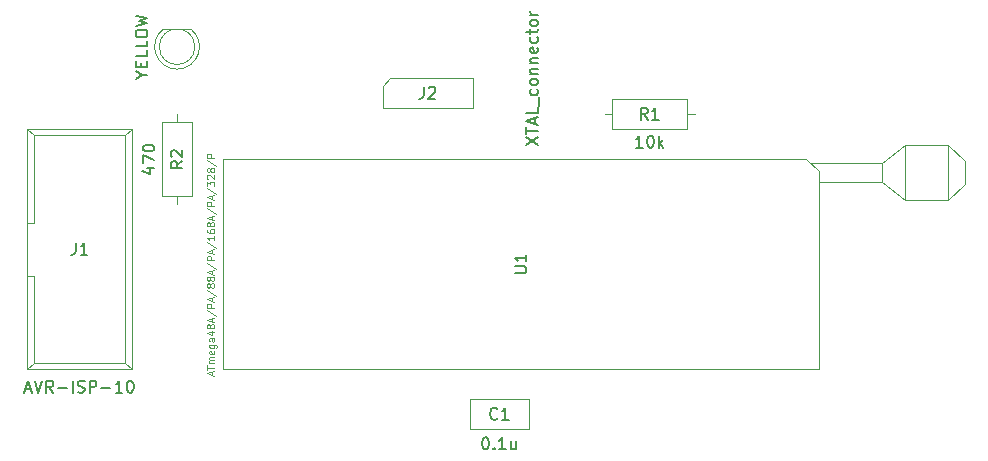
<source format=gbr>
%TF.GenerationSoftware,KiCad,Pcbnew,5.1.4-3.fc30*%
%TF.CreationDate,2019-10-13T14:30:58+02:00*%
%TF.ProjectId,atmega_prog_adapter_v3,61746d65-6761-45f7-9072-6f675f616461,1.0*%
%TF.SameCoordinates,PX59a0560PY76b1be0*%
%TF.FileFunction,Other,Fab,Top*%
%FSLAX46Y46*%
G04 Gerber Fmt 4.6, Leading zero omitted, Abs format (unit mm)*
G04 Created by KiCad (PCBNEW 5.1.4-3.fc30) date 2019-10-13 14:30:58*
%MOMM*%
%LPD*%
G04 APERTURE LIST*
%ADD10C,0.100000*%
%ADD11C,0.150000*%
%ADD12C,0.090000*%
G04 APERTURE END LIST*
D10*
%TO.C,J2*%
X42164000Y30988000D02*
X34544000Y30988000D01*
X42164000Y33528000D02*
X42164000Y30988000D01*
X35179000Y33528000D02*
X42164000Y33528000D01*
X34544000Y32893000D02*
X35179000Y33528000D01*
X34544000Y30988000D02*
X34544000Y32893000D01*
%TO.C,C1*%
X46930000Y6330000D02*
X41930000Y6330000D01*
X46930000Y3830000D02*
X46930000Y6330000D01*
X41930000Y3830000D02*
X46930000Y3830000D01*
X41930000Y6330000D02*
X41930000Y3830000D01*
%TO.C,D1*%
X18311190Y37695000D02*
X15978810Y37695000D01*
X18645000Y36195000D02*
G75*
G03X18645000Y36195000I-1500000J0D01*
G01*
X15979524Y37695555D02*
G75*
G03X18311190Y37695000I1165476J-1500555D01*
G01*
%TO.C,J1*%
X4465000Y8870000D02*
X5015000Y9430000D01*
X4465000Y29230000D02*
X5015000Y28690000D01*
X13315000Y8870000D02*
X12765000Y9430000D01*
X13315000Y29230000D02*
X12765000Y28690000D01*
X12765000Y9430000D02*
X5015000Y9430000D01*
X13315000Y8870000D02*
X4465000Y8870000D01*
X12765000Y28690000D02*
X5015000Y28690000D01*
X13315000Y29230000D02*
X4465000Y29230000D01*
X5015000Y16800000D02*
X4465000Y16800000D01*
X5015000Y21300000D02*
X4465000Y21300000D01*
X5015000Y16800000D02*
X5015000Y9430000D01*
X5015000Y28690000D02*
X5015000Y21300000D01*
X4465000Y29230000D02*
X4465000Y8870000D01*
X12765000Y28690000D02*
X12765000Y9430000D01*
X13315000Y29230000D02*
X13315000Y8870000D01*
%TO.C,R1*%
X60960000Y30480000D02*
X60300000Y30480000D01*
X53340000Y30480000D02*
X54000000Y30480000D01*
X60300000Y31730000D02*
X54000000Y31730000D01*
X60300000Y29230000D02*
X60300000Y31730000D01*
X54000000Y29230000D02*
X60300000Y29230000D01*
X54000000Y31730000D02*
X54000000Y29230000D01*
%TO.C,R2*%
X17145000Y22860000D02*
X17145000Y23520000D01*
X17145000Y30480000D02*
X17145000Y29820000D01*
X18395000Y23520000D02*
X18395000Y29820000D01*
X15895000Y23520000D02*
X18395000Y23520000D01*
X15895000Y29820000D02*
X15895000Y23520000D01*
X18395000Y29820000D02*
X15895000Y29820000D01*
%TO.C,U1*%
X71520000Y8880000D02*
X21020000Y8880000D01*
X71520000Y25710000D02*
X71520000Y8880000D01*
X70360000Y26680000D02*
X71520000Y25710000D01*
X21020000Y26680000D02*
X70360000Y26680000D01*
X21020000Y8880000D02*
X21020000Y26680000D01*
X76820000Y24760000D02*
X71520000Y24760000D01*
X76820000Y26360000D02*
X76820000Y24760000D01*
X70710000Y26360000D02*
X76820000Y26360000D01*
X78820000Y23260000D02*
X76820000Y24760000D01*
X78820000Y27860000D02*
X76820000Y26360000D01*
X78820000Y23260000D02*
X82420000Y23260000D01*
X78820000Y27860000D02*
X78820000Y23260000D01*
X82420000Y27860000D02*
X78820000Y27860000D01*
X82420000Y23260000D02*
X82420000Y27860000D01*
X83820000Y24560000D02*
X82420000Y23260000D01*
X83820000Y26560000D02*
X83820000Y24560000D01*
X82420000Y27860000D02*
X83820000Y26560000D01*
%TD*%
%TO.C,J2*%
D11*
X46696380Y27908953D02*
X47696380Y28575620D01*
X46696380Y28575620D02*
X47696380Y27908953D01*
X46696380Y28813715D02*
X46696380Y29385143D01*
X47696380Y29099429D02*
X46696380Y29099429D01*
X47410666Y29670858D02*
X47410666Y30147048D01*
X47696380Y29575620D02*
X46696380Y29908953D01*
X47696380Y30242286D01*
X47696380Y31051810D02*
X47696380Y30575620D01*
X46696380Y30575620D01*
X47791619Y31147048D02*
X47791619Y31908953D01*
X47648761Y32575620D02*
X47696380Y32480381D01*
X47696380Y32289905D01*
X47648761Y32194667D01*
X47601142Y32147048D01*
X47505904Y32099429D01*
X47220190Y32099429D01*
X47124952Y32147048D01*
X47077333Y32194667D01*
X47029714Y32289905D01*
X47029714Y32480381D01*
X47077333Y32575620D01*
X47696380Y33147048D02*
X47648761Y33051810D01*
X47601142Y33004191D01*
X47505904Y32956572D01*
X47220190Y32956572D01*
X47124952Y33004191D01*
X47077333Y33051810D01*
X47029714Y33147048D01*
X47029714Y33289905D01*
X47077333Y33385143D01*
X47124952Y33432762D01*
X47220190Y33480381D01*
X47505904Y33480381D01*
X47601142Y33432762D01*
X47648761Y33385143D01*
X47696380Y33289905D01*
X47696380Y33147048D01*
X47029714Y33908953D02*
X47696380Y33908953D01*
X47124952Y33908953D02*
X47077333Y33956572D01*
X47029714Y34051810D01*
X47029714Y34194667D01*
X47077333Y34289905D01*
X47172571Y34337524D01*
X47696380Y34337524D01*
X47029714Y34813715D02*
X47696380Y34813715D01*
X47124952Y34813715D02*
X47077333Y34861334D01*
X47029714Y34956572D01*
X47029714Y35099429D01*
X47077333Y35194667D01*
X47172571Y35242286D01*
X47696380Y35242286D01*
X47648761Y36099429D02*
X47696380Y36004191D01*
X47696380Y35813715D01*
X47648761Y35718477D01*
X47553523Y35670858D01*
X47172571Y35670858D01*
X47077333Y35718477D01*
X47029714Y35813715D01*
X47029714Y36004191D01*
X47077333Y36099429D01*
X47172571Y36147048D01*
X47267809Y36147048D01*
X47363047Y35670858D01*
X47648761Y37004191D02*
X47696380Y36908953D01*
X47696380Y36718477D01*
X47648761Y36623239D01*
X47601142Y36575620D01*
X47505904Y36528000D01*
X47220190Y36528000D01*
X47124952Y36575620D01*
X47077333Y36623239D01*
X47029714Y36718477D01*
X47029714Y36908953D01*
X47077333Y37004191D01*
X47029714Y37289905D02*
X47029714Y37670858D01*
X46696380Y37432762D02*
X47553523Y37432762D01*
X47648761Y37480381D01*
X47696380Y37575620D01*
X47696380Y37670858D01*
X47696380Y38147048D02*
X47648761Y38051810D01*
X47601142Y38004191D01*
X47505904Y37956572D01*
X47220190Y37956572D01*
X47124952Y38004191D01*
X47077333Y38051810D01*
X47029714Y38147048D01*
X47029714Y38289905D01*
X47077333Y38385143D01*
X47124952Y38432762D01*
X47220190Y38480381D01*
X47505904Y38480381D01*
X47601142Y38432762D01*
X47648761Y38385143D01*
X47696380Y38289905D01*
X47696380Y38147048D01*
X47696380Y38908953D02*
X47029714Y38908953D01*
X47220190Y38908953D02*
X47124952Y38956572D01*
X47077333Y39004191D01*
X47029714Y39099429D01*
X47029714Y39194667D01*
X38020666Y32805620D02*
X38020666Y32091334D01*
X37973047Y31948477D01*
X37877809Y31853239D01*
X37734952Y31805620D01*
X37639714Y31805620D01*
X38449238Y32710381D02*
X38496857Y32758000D01*
X38592095Y32805620D01*
X38830190Y32805620D01*
X38925428Y32758000D01*
X38973047Y32710381D01*
X39020666Y32615143D01*
X39020666Y32519905D01*
X38973047Y32377048D01*
X38401619Y31805620D01*
X39020666Y31805620D01*
%TO.C,C1*%
X43215714Y3127620D02*
X43310952Y3127620D01*
X43406190Y3080000D01*
X43453809Y3032381D01*
X43501428Y2937143D01*
X43549047Y2746667D01*
X43549047Y2508572D01*
X43501428Y2318096D01*
X43453809Y2222858D01*
X43406190Y2175239D01*
X43310952Y2127620D01*
X43215714Y2127620D01*
X43120476Y2175239D01*
X43072857Y2222858D01*
X43025238Y2318096D01*
X42977619Y2508572D01*
X42977619Y2746667D01*
X43025238Y2937143D01*
X43072857Y3032381D01*
X43120476Y3080000D01*
X43215714Y3127620D01*
X43977619Y2222858D02*
X44025238Y2175239D01*
X43977619Y2127620D01*
X43930000Y2175239D01*
X43977619Y2222858D01*
X43977619Y2127620D01*
X44977619Y2127620D02*
X44406190Y2127620D01*
X44691904Y2127620D02*
X44691904Y3127620D01*
X44596666Y2984762D01*
X44501428Y2889524D01*
X44406190Y2841905D01*
X45834761Y2794286D02*
X45834761Y2127620D01*
X45406190Y2794286D02*
X45406190Y2270477D01*
X45453809Y2175239D01*
X45549047Y2127620D01*
X45691904Y2127620D01*
X45787142Y2175239D01*
X45834761Y2222858D01*
X44263333Y4722858D02*
X44215714Y4675239D01*
X44072857Y4627620D01*
X43977619Y4627620D01*
X43834761Y4675239D01*
X43739523Y4770477D01*
X43691904Y4865715D01*
X43644285Y5056191D01*
X43644285Y5199048D01*
X43691904Y5389524D01*
X43739523Y5484762D01*
X43834761Y5580000D01*
X43977619Y5627620D01*
X44072857Y5627620D01*
X44215714Y5580000D01*
X44263333Y5532381D01*
X45215714Y4627620D02*
X44644285Y4627620D01*
X44930000Y4627620D02*
X44930000Y5627620D01*
X44834761Y5484762D01*
X44739523Y5389524D01*
X44644285Y5341905D01*
%TO.C,D1*%
X14161190Y33837858D02*
X14637380Y33837858D01*
X13637380Y33504524D02*
X14161190Y33837858D01*
X13637380Y34171191D01*
X14113571Y34504524D02*
X14113571Y34837858D01*
X14637380Y34980715D02*
X14637380Y34504524D01*
X13637380Y34504524D01*
X13637380Y34980715D01*
X14637380Y35885477D02*
X14637380Y35409286D01*
X13637380Y35409286D01*
X14637380Y36695000D02*
X14637380Y36218810D01*
X13637380Y36218810D01*
X13637380Y37218810D02*
X13637380Y37409286D01*
X13685000Y37504524D01*
X13780238Y37599762D01*
X13970714Y37647381D01*
X14304047Y37647381D01*
X14494523Y37599762D01*
X14589761Y37504524D01*
X14637380Y37409286D01*
X14637380Y37218810D01*
X14589761Y37123572D01*
X14494523Y37028334D01*
X14304047Y36980715D01*
X13970714Y36980715D01*
X13780238Y37028334D01*
X13685000Y37123572D01*
X13637380Y37218810D01*
X13637380Y37980715D02*
X14637380Y38218810D01*
X13923095Y38409286D01*
X14637380Y38599762D01*
X13637380Y38837858D01*
%TO.C,J1*%
X4318571Y7199334D02*
X4794761Y7199334D01*
X4223333Y6913620D02*
X4556666Y7913620D01*
X4890000Y6913620D01*
X5080476Y7913620D02*
X5413809Y6913620D01*
X5747142Y7913620D01*
X6651904Y6913620D02*
X6318571Y7389810D01*
X6080476Y6913620D02*
X6080476Y7913620D01*
X6461428Y7913620D01*
X6556666Y7866000D01*
X6604285Y7818381D01*
X6651904Y7723143D01*
X6651904Y7580286D01*
X6604285Y7485048D01*
X6556666Y7437429D01*
X6461428Y7389810D01*
X6080476Y7389810D01*
X7080476Y7294572D02*
X7842380Y7294572D01*
X8318571Y6913620D02*
X8318571Y7913620D01*
X8747142Y6961239D02*
X8890000Y6913620D01*
X9128095Y6913620D01*
X9223333Y6961239D01*
X9270952Y7008858D01*
X9318571Y7104096D01*
X9318571Y7199334D01*
X9270952Y7294572D01*
X9223333Y7342191D01*
X9128095Y7389810D01*
X8937619Y7437429D01*
X8842380Y7485048D01*
X8794761Y7532667D01*
X8747142Y7627905D01*
X8747142Y7723143D01*
X8794761Y7818381D01*
X8842380Y7866000D01*
X8937619Y7913620D01*
X9175714Y7913620D01*
X9318571Y7866000D01*
X9747142Y6913620D02*
X9747142Y7913620D01*
X10128095Y7913620D01*
X10223333Y7866000D01*
X10270952Y7818381D01*
X10318571Y7723143D01*
X10318571Y7580286D01*
X10270952Y7485048D01*
X10223333Y7437429D01*
X10128095Y7389810D01*
X9747142Y7389810D01*
X10747142Y7294572D02*
X11509047Y7294572D01*
X12509047Y6913620D02*
X11937619Y6913620D01*
X12223333Y6913620D02*
X12223333Y7913620D01*
X12128095Y7770762D01*
X12032857Y7675524D01*
X11937619Y7627905D01*
X13128095Y7913620D02*
X13223333Y7913620D01*
X13318571Y7866000D01*
X13366190Y7818381D01*
X13413809Y7723143D01*
X13461428Y7532667D01*
X13461428Y7294572D01*
X13413809Y7104096D01*
X13366190Y7008858D01*
X13318571Y6961239D01*
X13223333Y6913620D01*
X13128095Y6913620D01*
X13032857Y6961239D01*
X12985238Y7008858D01*
X12937619Y7104096D01*
X12890000Y7294572D01*
X12890000Y7532667D01*
X12937619Y7723143D01*
X12985238Y7818381D01*
X13032857Y7866000D01*
X13128095Y7913620D01*
X8556666Y19597620D02*
X8556666Y18883334D01*
X8509047Y18740477D01*
X8413809Y18645239D01*
X8270952Y18597620D01*
X8175714Y18597620D01*
X9556666Y18597620D02*
X8985238Y18597620D01*
X9270952Y18597620D02*
X9270952Y19597620D01*
X9175714Y19454762D01*
X9080476Y19359524D01*
X8985238Y19311905D01*
%TO.C,R1*%
X56554761Y27657620D02*
X55983333Y27657620D01*
X56269047Y27657620D02*
X56269047Y28657620D01*
X56173809Y28514762D01*
X56078571Y28419524D01*
X55983333Y28371905D01*
X57173809Y28657620D02*
X57269047Y28657620D01*
X57364285Y28610000D01*
X57411904Y28562381D01*
X57459523Y28467143D01*
X57507142Y28276667D01*
X57507142Y28038572D01*
X57459523Y27848096D01*
X57411904Y27752858D01*
X57364285Y27705239D01*
X57269047Y27657620D01*
X57173809Y27657620D01*
X57078571Y27705239D01*
X57030952Y27752858D01*
X56983333Y27848096D01*
X56935714Y28038572D01*
X56935714Y28276667D01*
X56983333Y28467143D01*
X57030952Y28562381D01*
X57078571Y28610000D01*
X57173809Y28657620D01*
X57935714Y27657620D02*
X57935714Y28657620D01*
X58030952Y28038572D02*
X58316666Y27657620D01*
X58316666Y28324286D02*
X57935714Y27943334D01*
X56983333Y30027620D02*
X56650000Y30503810D01*
X56411904Y30027620D02*
X56411904Y31027620D01*
X56792857Y31027620D01*
X56888095Y30980000D01*
X56935714Y30932381D01*
X56983333Y30837143D01*
X56983333Y30694286D01*
X56935714Y30599048D01*
X56888095Y30551429D01*
X56792857Y30503810D01*
X56411904Y30503810D01*
X57935714Y30027620D02*
X57364285Y30027620D01*
X57650000Y30027620D02*
X57650000Y31027620D01*
X57554761Y30884762D01*
X57459523Y30789524D01*
X57364285Y30741905D01*
%TO.C,R2*%
X14560714Y25908096D02*
X15227380Y25908096D01*
X14179761Y25670000D02*
X14894047Y25431905D01*
X14894047Y26050953D01*
X14227380Y26336667D02*
X14227380Y27003334D01*
X15227380Y26574762D01*
X14227380Y27574762D02*
X14227380Y27670000D01*
X14275000Y27765239D01*
X14322619Y27812858D01*
X14417857Y27860477D01*
X14608333Y27908096D01*
X14846428Y27908096D01*
X15036904Y27860477D01*
X15132142Y27812858D01*
X15179761Y27765239D01*
X15227380Y27670000D01*
X15227380Y27574762D01*
X15179761Y27479524D01*
X15132142Y27431905D01*
X15036904Y27384286D01*
X14846428Y27336667D01*
X14608333Y27336667D01*
X14417857Y27384286D01*
X14322619Y27431905D01*
X14275000Y27479524D01*
X14227380Y27574762D01*
X17597380Y26503334D02*
X17121190Y26170000D01*
X17597380Y25931905D02*
X16597380Y25931905D01*
X16597380Y26312858D01*
X16645000Y26408096D01*
X16692619Y26455715D01*
X16787857Y26503334D01*
X16930714Y26503334D01*
X17025952Y26455715D01*
X17073571Y26408096D01*
X17121190Y26312858D01*
X17121190Y25931905D01*
X16692619Y26884286D02*
X16645000Y26931905D01*
X16597380Y27027143D01*
X16597380Y27265239D01*
X16645000Y27360477D01*
X16692619Y27408096D01*
X16787857Y27455715D01*
X16883095Y27455715D01*
X17025952Y27408096D01*
X17597380Y26836667D01*
X17597380Y27455715D01*
%TO.C,U1*%
D12*
X20120000Y8408572D02*
X20120000Y8694286D01*
X20291428Y8351429D02*
X19691428Y8551429D01*
X20291428Y8751429D01*
X19691428Y8865715D02*
X19691428Y9208572D01*
X20291428Y9037143D02*
X19691428Y9037143D01*
X20291428Y9408572D02*
X19891428Y9408572D01*
X19948571Y9408572D02*
X19920000Y9437143D01*
X19891428Y9494286D01*
X19891428Y9580000D01*
X19920000Y9637143D01*
X19977142Y9665715D01*
X20291428Y9665715D01*
X19977142Y9665715D02*
X19920000Y9694286D01*
X19891428Y9751429D01*
X19891428Y9837143D01*
X19920000Y9894286D01*
X19977142Y9922858D01*
X20291428Y9922858D01*
X20262857Y10437143D02*
X20291428Y10380000D01*
X20291428Y10265715D01*
X20262857Y10208572D01*
X20205714Y10180000D01*
X19977142Y10180000D01*
X19920000Y10208572D01*
X19891428Y10265715D01*
X19891428Y10380000D01*
X19920000Y10437143D01*
X19977142Y10465715D01*
X20034285Y10465715D01*
X20091428Y10180000D01*
X19891428Y10980000D02*
X20377142Y10980000D01*
X20434285Y10951429D01*
X20462857Y10922858D01*
X20491428Y10865715D01*
X20491428Y10780000D01*
X20462857Y10722858D01*
X20262857Y10980000D02*
X20291428Y10922858D01*
X20291428Y10808572D01*
X20262857Y10751429D01*
X20234285Y10722858D01*
X20177142Y10694286D01*
X20005714Y10694286D01*
X19948571Y10722858D01*
X19920000Y10751429D01*
X19891428Y10808572D01*
X19891428Y10922858D01*
X19920000Y10980000D01*
X20291428Y11522858D02*
X19977142Y11522858D01*
X19920000Y11494286D01*
X19891428Y11437143D01*
X19891428Y11322858D01*
X19920000Y11265715D01*
X20262857Y11522858D02*
X20291428Y11465715D01*
X20291428Y11322858D01*
X20262857Y11265715D01*
X20205714Y11237143D01*
X20148571Y11237143D01*
X20091428Y11265715D01*
X20062857Y11322858D01*
X20062857Y11465715D01*
X20034285Y11522858D01*
X19891428Y12065715D02*
X20291428Y12065715D01*
X19662857Y11922858D02*
X20091428Y11780000D01*
X20091428Y12151429D01*
X19948571Y12465715D02*
X19920000Y12408572D01*
X19891428Y12380000D01*
X19834285Y12351429D01*
X19805714Y12351429D01*
X19748571Y12380000D01*
X19720000Y12408572D01*
X19691428Y12465715D01*
X19691428Y12580000D01*
X19720000Y12637143D01*
X19748571Y12665715D01*
X19805714Y12694286D01*
X19834285Y12694286D01*
X19891428Y12665715D01*
X19920000Y12637143D01*
X19948571Y12580000D01*
X19948571Y12465715D01*
X19977142Y12408572D01*
X20005714Y12380000D01*
X20062857Y12351429D01*
X20177142Y12351429D01*
X20234285Y12380000D01*
X20262857Y12408572D01*
X20291428Y12465715D01*
X20291428Y12580000D01*
X20262857Y12637143D01*
X20234285Y12665715D01*
X20177142Y12694286D01*
X20062857Y12694286D01*
X20005714Y12665715D01*
X19977142Y12637143D01*
X19948571Y12580000D01*
X20120000Y12922858D02*
X20120000Y13208572D01*
X20291428Y12865715D02*
X19691428Y13065715D01*
X20291428Y13265715D01*
X19662857Y13894286D02*
X20434285Y13380000D01*
X20291428Y14094286D02*
X19691428Y14094286D01*
X19691428Y14322858D01*
X19720000Y14380000D01*
X19748571Y14408572D01*
X19805714Y14437143D01*
X19891428Y14437143D01*
X19948571Y14408572D01*
X19977142Y14380000D01*
X20005714Y14322858D01*
X20005714Y14094286D01*
X20120000Y14665715D02*
X20120000Y14951429D01*
X20291428Y14608572D02*
X19691428Y14808572D01*
X20291428Y15008572D01*
X19662857Y15637143D02*
X20434285Y15122858D01*
X19948571Y15922858D02*
X19920000Y15865715D01*
X19891428Y15837143D01*
X19834285Y15808572D01*
X19805714Y15808572D01*
X19748571Y15837143D01*
X19720000Y15865715D01*
X19691428Y15922858D01*
X19691428Y16037143D01*
X19720000Y16094286D01*
X19748571Y16122858D01*
X19805714Y16151429D01*
X19834285Y16151429D01*
X19891428Y16122858D01*
X19920000Y16094286D01*
X19948571Y16037143D01*
X19948571Y15922858D01*
X19977142Y15865715D01*
X20005714Y15837143D01*
X20062857Y15808572D01*
X20177142Y15808572D01*
X20234285Y15837143D01*
X20262857Y15865715D01*
X20291428Y15922858D01*
X20291428Y16037143D01*
X20262857Y16094286D01*
X20234285Y16122858D01*
X20177142Y16151429D01*
X20062857Y16151429D01*
X20005714Y16122858D01*
X19977142Y16094286D01*
X19948571Y16037143D01*
X19948571Y16494286D02*
X19920000Y16437143D01*
X19891428Y16408572D01*
X19834285Y16380000D01*
X19805714Y16380000D01*
X19748571Y16408572D01*
X19720000Y16437143D01*
X19691428Y16494286D01*
X19691428Y16608572D01*
X19720000Y16665715D01*
X19748571Y16694286D01*
X19805714Y16722858D01*
X19834285Y16722858D01*
X19891428Y16694286D01*
X19920000Y16665715D01*
X19948571Y16608572D01*
X19948571Y16494286D01*
X19977142Y16437143D01*
X20005714Y16408572D01*
X20062857Y16380000D01*
X20177142Y16380000D01*
X20234285Y16408572D01*
X20262857Y16437143D01*
X20291428Y16494286D01*
X20291428Y16608572D01*
X20262857Y16665715D01*
X20234285Y16694286D01*
X20177142Y16722858D01*
X20062857Y16722858D01*
X20005714Y16694286D01*
X19977142Y16665715D01*
X19948571Y16608572D01*
X20120000Y16951429D02*
X20120000Y17237143D01*
X20291428Y16894286D02*
X19691428Y17094286D01*
X20291428Y17294286D01*
X19662857Y17922858D02*
X20434285Y17408572D01*
X20291428Y18122858D02*
X19691428Y18122858D01*
X19691428Y18351429D01*
X19720000Y18408572D01*
X19748571Y18437143D01*
X19805714Y18465715D01*
X19891428Y18465715D01*
X19948571Y18437143D01*
X19977142Y18408572D01*
X20005714Y18351429D01*
X20005714Y18122858D01*
X20120000Y18694286D02*
X20120000Y18980000D01*
X20291428Y18637143D02*
X19691428Y18837143D01*
X20291428Y19037143D01*
X19662857Y19665715D02*
X20434285Y19151429D01*
X20291428Y20180000D02*
X20291428Y19837143D01*
X20291428Y20008572D02*
X19691428Y20008572D01*
X19777142Y19951429D01*
X19834285Y19894286D01*
X19862857Y19837143D01*
X19691428Y20694286D02*
X19691428Y20580000D01*
X19720000Y20522858D01*
X19748571Y20494286D01*
X19834285Y20437143D01*
X19948571Y20408572D01*
X20177142Y20408572D01*
X20234285Y20437143D01*
X20262857Y20465715D01*
X20291428Y20522858D01*
X20291428Y20637143D01*
X20262857Y20694286D01*
X20234285Y20722858D01*
X20177142Y20751429D01*
X20034285Y20751429D01*
X19977142Y20722858D01*
X19948571Y20694286D01*
X19920000Y20637143D01*
X19920000Y20522858D01*
X19948571Y20465715D01*
X19977142Y20437143D01*
X20034285Y20408572D01*
X19948571Y21094286D02*
X19920000Y21037143D01*
X19891428Y21008572D01*
X19834285Y20980000D01*
X19805714Y20980000D01*
X19748571Y21008572D01*
X19720000Y21037143D01*
X19691428Y21094286D01*
X19691428Y21208572D01*
X19720000Y21265715D01*
X19748571Y21294286D01*
X19805714Y21322858D01*
X19834285Y21322858D01*
X19891428Y21294286D01*
X19920000Y21265715D01*
X19948571Y21208572D01*
X19948571Y21094286D01*
X19977142Y21037143D01*
X20005714Y21008572D01*
X20062857Y20980000D01*
X20177142Y20980000D01*
X20234285Y21008572D01*
X20262857Y21037143D01*
X20291428Y21094286D01*
X20291428Y21208572D01*
X20262857Y21265715D01*
X20234285Y21294286D01*
X20177142Y21322858D01*
X20062857Y21322858D01*
X20005714Y21294286D01*
X19977142Y21265715D01*
X19948571Y21208572D01*
X20120000Y21551429D02*
X20120000Y21837143D01*
X20291428Y21494286D02*
X19691428Y21694286D01*
X20291428Y21894286D01*
X19662857Y22522858D02*
X20434285Y22008572D01*
X20291428Y22722858D02*
X19691428Y22722858D01*
X19691428Y22951429D01*
X19720000Y23008572D01*
X19748571Y23037143D01*
X19805714Y23065715D01*
X19891428Y23065715D01*
X19948571Y23037143D01*
X19977142Y23008572D01*
X20005714Y22951429D01*
X20005714Y22722858D01*
X20120000Y23294286D02*
X20120000Y23580000D01*
X20291428Y23237143D02*
X19691428Y23437143D01*
X20291428Y23637143D01*
X19662857Y24265715D02*
X20434285Y23751429D01*
X19691428Y24408572D02*
X19691428Y24780000D01*
X19920000Y24580000D01*
X19920000Y24665715D01*
X19948571Y24722858D01*
X19977142Y24751429D01*
X20034285Y24780000D01*
X20177142Y24780000D01*
X20234285Y24751429D01*
X20262857Y24722858D01*
X20291428Y24665715D01*
X20291428Y24494286D01*
X20262857Y24437143D01*
X20234285Y24408572D01*
X19748571Y25008572D02*
X19720000Y25037143D01*
X19691428Y25094286D01*
X19691428Y25237143D01*
X19720000Y25294286D01*
X19748571Y25322858D01*
X19805714Y25351429D01*
X19862857Y25351429D01*
X19948571Y25322858D01*
X20291428Y24980000D01*
X20291428Y25351429D01*
X19948571Y25694286D02*
X19920000Y25637143D01*
X19891428Y25608572D01*
X19834285Y25580000D01*
X19805714Y25580000D01*
X19748571Y25608572D01*
X19720000Y25637143D01*
X19691428Y25694286D01*
X19691428Y25808572D01*
X19720000Y25865715D01*
X19748571Y25894286D01*
X19805714Y25922858D01*
X19834285Y25922858D01*
X19891428Y25894286D01*
X19920000Y25865715D01*
X19948571Y25808572D01*
X19948571Y25694286D01*
X19977142Y25637143D01*
X20005714Y25608572D01*
X20062857Y25580000D01*
X20177142Y25580000D01*
X20234285Y25608572D01*
X20262857Y25637143D01*
X20291428Y25694286D01*
X20291428Y25808572D01*
X20262857Y25865715D01*
X20234285Y25894286D01*
X20177142Y25922858D01*
X20062857Y25922858D01*
X20005714Y25894286D01*
X19977142Y25865715D01*
X19948571Y25808572D01*
X19662857Y26608572D02*
X20434285Y26094286D01*
X20291428Y26808572D02*
X19691428Y26808572D01*
X19691428Y27037143D01*
X19720000Y27094286D01*
X19748571Y27122858D01*
X19805714Y27151429D01*
X19891428Y27151429D01*
X19948571Y27122858D01*
X19977142Y27094286D01*
X20005714Y27037143D01*
X20005714Y26808572D01*
D11*
X45722380Y17018096D02*
X46531904Y17018096D01*
X46627142Y17065715D01*
X46674761Y17113334D01*
X46722380Y17208572D01*
X46722380Y17399048D01*
X46674761Y17494286D01*
X46627142Y17541905D01*
X46531904Y17589524D01*
X45722380Y17589524D01*
X46722380Y18589524D02*
X46722380Y18018096D01*
X46722380Y18303810D02*
X45722380Y18303810D01*
X45865238Y18208572D01*
X45960476Y18113334D01*
X46008095Y18018096D01*
%TD*%
M02*

</source>
